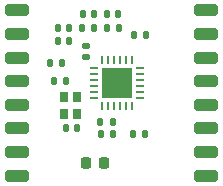
<source format=gts>
%TF.GenerationSoftware,KiCad,Pcbnew,7.0.8*%
%TF.CreationDate,2024-01-16T20:57:43+00:00*%
%TF.ProjectId,RadioModule,52616469-6f4d-46f6-9475-6c652e6b6963,rev?*%
%TF.SameCoordinates,Original*%
%TF.FileFunction,Soldermask,Top*%
%TF.FilePolarity,Negative*%
%FSLAX46Y46*%
G04 Gerber Fmt 4.6, Leading zero omitted, Abs format (unit mm)*
G04 Created by KiCad (PCBNEW 7.0.8) date 2024-01-16 20:57:43*
%MOMM*%
%LPD*%
G01*
G04 APERTURE LIST*
G04 Aperture macros list*
%AMRoundRect*
0 Rectangle with rounded corners*
0 $1 Rounding radius*
0 $2 $3 $4 $5 $6 $7 $8 $9 X,Y pos of 4 corners*
0 Add a 4 corners polygon primitive as box body*
4,1,4,$2,$3,$4,$5,$6,$7,$8,$9,$2,$3,0*
0 Add four circle primitives for the rounded corners*
1,1,$1+$1,$2,$3*
1,1,$1+$1,$4,$5*
1,1,$1+$1,$6,$7*
1,1,$1+$1,$8,$9*
0 Add four rect primitives between the rounded corners*
20,1,$1+$1,$2,$3,$4,$5,0*
20,1,$1+$1,$4,$5,$6,$7,0*
20,1,$1+$1,$6,$7,$8,$9,0*
20,1,$1+$1,$8,$9,$2,$3,0*%
G04 Aperture macros list end*
%ADD10RoundRect,0.250000X0.750000X-0.250000X0.750000X0.250000X-0.750000X0.250000X-0.750000X-0.250000X0*%
%ADD11RoundRect,0.140000X0.170000X-0.140000X0.170000X0.140000X-0.170000X0.140000X-0.170000X-0.140000X0*%
%ADD12RoundRect,0.140000X-0.140000X-0.170000X0.140000X-0.170000X0.140000X0.170000X-0.140000X0.170000X0*%
%ADD13RoundRect,0.225000X-0.225000X-0.250000X0.225000X-0.250000X0.225000X0.250000X-0.225000X0.250000X0*%
%ADD14R,0.762000X0.254000*%
%ADD15R,0.254000X0.762000*%
%ADD16R,2.641600X2.641600*%
%ADD17RoundRect,0.147500X0.147500X0.172500X-0.147500X0.172500X-0.147500X-0.172500X0.147500X-0.172500X0*%
%ADD18RoundRect,0.140000X0.140000X0.170000X-0.140000X0.170000X-0.140000X-0.170000X0.140000X-0.170000X0*%
%ADD19RoundRect,0.147500X-0.147500X-0.172500X0.147500X-0.172500X0.147500X0.172500X-0.147500X0.172500X0*%
%ADD20R,0.800000X0.900000*%
%ADD21RoundRect,0.135000X-0.135000X-0.185000X0.135000X-0.185000X0.135000X0.185000X-0.135000X0.185000X0*%
G04 APERTURE END LIST*
D10*
%TO.C,J5*%
X90000000Y-79000000D03*
%TD*%
%TO.C,J7*%
X90000000Y-83000000D03*
%TD*%
%TO.C,J9*%
X106000000Y-71000000D03*
%TD*%
%TO.C,J3*%
X90000000Y-75000000D03*
%TD*%
D11*
%TO.C,C1*%
X95817000Y-74949999D03*
X95817000Y-73989999D03*
%TD*%
D12*
%TO.C,C10*%
X95540000Y-71300000D03*
X96500000Y-71300000D03*
%TD*%
D10*
%TO.C,J16*%
X106000000Y-85000000D03*
%TD*%
D13*
%TO.C,C6*%
X95825000Y-83900000D03*
X97375000Y-83900000D03*
%TD*%
D12*
%TO.C,C4*%
X93140000Y-77000000D03*
X94100000Y-77000000D03*
%TD*%
%TO.C,C7*%
X99920000Y-73100000D03*
X100880000Y-73100000D03*
%TD*%
%TO.C,C3*%
X94100000Y-80923001D03*
X95060000Y-80923001D03*
%TD*%
D14*
%TO.C,U1*%
X96500000Y-75899999D03*
X96500000Y-76399998D03*
X96500000Y-76899999D03*
X96500000Y-77399999D03*
X96500000Y-77900000D03*
X96500000Y-78399999D03*
D15*
X97218500Y-79118499D03*
X97718499Y-79118499D03*
X98218500Y-79118499D03*
X98718500Y-79118499D03*
X99218501Y-79118499D03*
X99718500Y-79118499D03*
D14*
X100437000Y-78399999D03*
X100437000Y-77900000D03*
X100437000Y-77399999D03*
X100437000Y-76899999D03*
X100437000Y-76399998D03*
X100437000Y-75899999D03*
D15*
X99718500Y-75181499D03*
X99218501Y-75181499D03*
X98718500Y-75181499D03*
X98218500Y-75181499D03*
X97718499Y-75181499D03*
X97218500Y-75181499D03*
D16*
X98468500Y-77149999D03*
%TD*%
D17*
%TO.C,L3*%
X96500000Y-72500000D03*
X95530000Y-72500000D03*
%TD*%
D10*
%TO.C,J6*%
X90000000Y-81000000D03*
%TD*%
D18*
%TO.C,C11*%
X94380000Y-73600000D03*
X93420000Y-73600000D03*
%TD*%
D10*
%TO.C,J12*%
X106000000Y-77000000D03*
%TD*%
D17*
%TO.C,L2*%
X98585000Y-72500000D03*
X97615000Y-72500000D03*
%TD*%
D18*
%TO.C,C2*%
X93780000Y-75489999D03*
X92820000Y-75489999D03*
%TD*%
D10*
%TO.C,J2*%
X90000000Y-73000000D03*
%TD*%
%TO.C,J11*%
X106000000Y-75000000D03*
%TD*%
%TO.C,J15*%
X106000000Y-83000000D03*
%TD*%
D18*
%TO.C,C5*%
X98080000Y-81500000D03*
X97120000Y-81500000D03*
%TD*%
D10*
%TO.C,J4*%
X90000000Y-77000000D03*
%TD*%
%TO.C,J14*%
X106000000Y-81000000D03*
%TD*%
%TO.C,J1*%
X90000000Y-71000000D03*
%TD*%
%TO.C,J8*%
X90000000Y-85000000D03*
%TD*%
D19*
%TO.C,L1*%
X99847000Y-81489999D03*
X100817000Y-81489999D03*
%TD*%
D10*
%TO.C,J10*%
X106000000Y-73000000D03*
%TD*%
D12*
%TO.C,C9*%
X93420000Y-72500000D03*
X94380000Y-72500000D03*
%TD*%
D10*
%TO.C,J13*%
X106000000Y-79000000D03*
%TD*%
D20*
%TO.C,Y1*%
X95067000Y-79763000D03*
X95067000Y-78363000D03*
X93967000Y-78363000D03*
X93967000Y-79763000D03*
%TD*%
D21*
%TO.C,R1*%
X97057000Y-80489999D03*
X98077000Y-80489999D03*
%TD*%
D12*
%TO.C,C8*%
X97600000Y-71300000D03*
X98560000Y-71300000D03*
%TD*%
M02*

</source>
